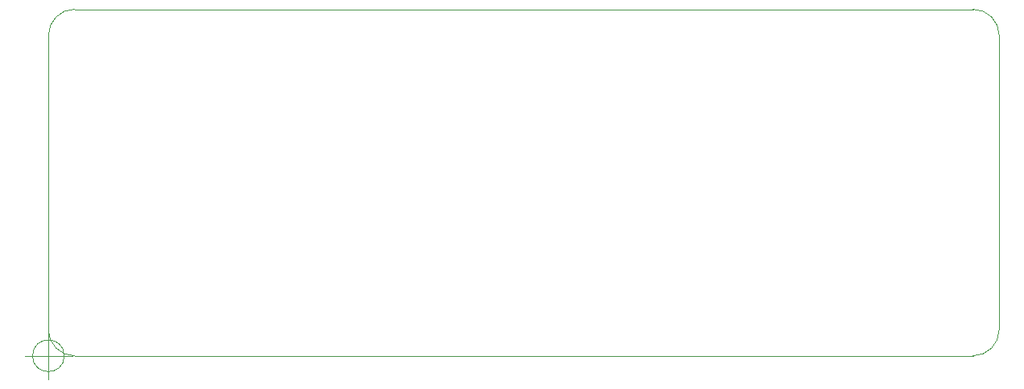
<source format=gbr>
G04 #@! TF.GenerationSoftware,KiCad,Pcbnew,(5.1.4)-1*
G04 #@! TF.CreationDate,2019-11-24T22:27:53-03:30*
G04 #@! TF.ProjectId,Striduino,53747269-6475-4696-9e6f-2e6b69636164,rev?*
G04 #@! TF.SameCoordinates,Original*
G04 #@! TF.FileFunction,Profile,NP*
%FSLAX46Y46*%
G04 Gerber Fmt 4.6, Leading zero omitted, Abs format (unit mm)*
G04 Created by KiCad (PCBNEW (5.1.4)-1) date 2019-11-24 22:27:53*
%MOMM*%
%LPD*%
G04 APERTURE LIST*
%ADD10C,0.050000*%
G04 APERTURE END LIST*
D10*
X147250000Y-113500000D02*
G75*
G02X150000000Y-116250000I0J-2750000D01*
G01*
X150000000Y-147250000D02*
G75*
G02X147250000Y-150000000I-2750000J0D01*
G01*
X50000000Y-116250000D02*
G75*
G02X52750000Y-113500000I2750000J0D01*
G01*
X52750000Y-150000000D02*
G75*
G02X50000000Y-147250000I0J2750000D01*
G01*
X147250000Y-150000000D02*
X52750000Y-150000000D01*
X150000000Y-116250000D02*
X150000000Y-147250000D01*
X52750000Y-113500000D02*
X147250000Y-113500000D01*
X50000000Y-147250000D02*
X50000000Y-116250000D01*
X51666666Y-150000000D02*
G75*
G03X51666666Y-150000000I-1666666J0D01*
G01*
X47500000Y-150000000D02*
X52500000Y-150000000D01*
X50000000Y-147500000D02*
X50000000Y-152500000D01*
M02*

</source>
